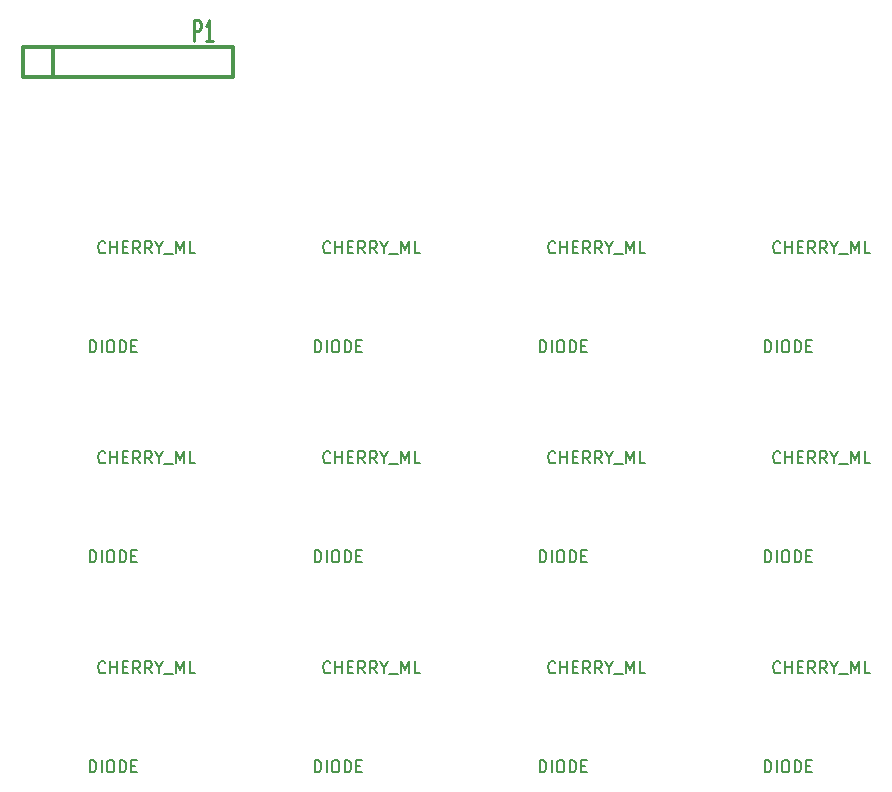
<source format=gto>
G04 (created by PCBNEW (2013-07-07 BZR 4022)-stable) date 09/11/2015 23:22:36*
%MOIN*%
G04 Gerber Fmt 3.4, Leading zero omitted, Abs format*
%FSLAX34Y34*%
G01*
G70*
G90*
G04 APERTURE LIST*
%ADD10C,0.00393701*%
%ADD11C,0.012*%
%ADD12C,0.0107*%
%ADD13C,0.00590551*%
G04 APERTURE END LIST*
G54D10*
G54D11*
X64500Y-42000D02*
X64500Y-42000D01*
X64500Y-42000D02*
X71500Y-42000D01*
X71500Y-42000D02*
X71500Y-43000D01*
X71500Y-43000D02*
X64500Y-43000D01*
X64500Y-43000D02*
X64500Y-42000D01*
X65500Y-43000D02*
X65500Y-43000D01*
X65500Y-43000D02*
X65500Y-42000D01*
G54D12*
X70184Y-41775D02*
X70184Y-41094D01*
X70347Y-41094D01*
X70387Y-41127D01*
X70408Y-41159D01*
X70428Y-41224D01*
X70428Y-41321D01*
X70408Y-41386D01*
X70387Y-41418D01*
X70347Y-41451D01*
X70184Y-41451D01*
X70836Y-41775D02*
X70591Y-41775D01*
X70714Y-41775D02*
X70714Y-41094D01*
X70673Y-41191D01*
X70632Y-41256D01*
X70591Y-41289D01*
G54D11*
G54D13*
X74740Y-48821D02*
X74722Y-48840D01*
X74665Y-48859D01*
X74628Y-48859D01*
X74572Y-48840D01*
X74534Y-48803D01*
X74515Y-48765D01*
X74497Y-48690D01*
X74497Y-48634D01*
X74515Y-48559D01*
X74534Y-48521D01*
X74572Y-48484D01*
X74628Y-48465D01*
X74665Y-48465D01*
X74722Y-48484D01*
X74740Y-48503D01*
X74909Y-48859D02*
X74909Y-48465D01*
X74909Y-48653D02*
X75134Y-48653D01*
X75134Y-48859D02*
X75134Y-48465D01*
X75321Y-48653D02*
X75453Y-48653D01*
X75509Y-48859D02*
X75321Y-48859D01*
X75321Y-48465D01*
X75509Y-48465D01*
X75903Y-48859D02*
X75771Y-48671D01*
X75678Y-48859D02*
X75678Y-48465D01*
X75828Y-48465D01*
X75865Y-48484D01*
X75884Y-48503D01*
X75903Y-48540D01*
X75903Y-48596D01*
X75884Y-48634D01*
X75865Y-48653D01*
X75828Y-48671D01*
X75678Y-48671D01*
X76296Y-48859D02*
X76165Y-48671D01*
X76071Y-48859D02*
X76071Y-48465D01*
X76221Y-48465D01*
X76259Y-48484D01*
X76278Y-48503D01*
X76296Y-48540D01*
X76296Y-48596D01*
X76278Y-48634D01*
X76259Y-48653D01*
X76221Y-48671D01*
X76071Y-48671D01*
X76540Y-48671D02*
X76540Y-48859D01*
X76409Y-48465D02*
X76540Y-48671D01*
X76671Y-48465D01*
X76709Y-48896D02*
X77009Y-48896D01*
X77102Y-48859D02*
X77102Y-48465D01*
X77234Y-48746D01*
X77365Y-48465D01*
X77365Y-48859D01*
X77740Y-48859D02*
X77552Y-48859D01*
X77552Y-48465D01*
X82240Y-48821D02*
X82222Y-48840D01*
X82165Y-48859D01*
X82128Y-48859D01*
X82072Y-48840D01*
X82034Y-48803D01*
X82015Y-48765D01*
X81997Y-48690D01*
X81997Y-48634D01*
X82015Y-48559D01*
X82034Y-48521D01*
X82072Y-48484D01*
X82128Y-48465D01*
X82165Y-48465D01*
X82222Y-48484D01*
X82240Y-48503D01*
X82409Y-48859D02*
X82409Y-48465D01*
X82409Y-48653D02*
X82634Y-48653D01*
X82634Y-48859D02*
X82634Y-48465D01*
X82821Y-48653D02*
X82953Y-48653D01*
X83009Y-48859D02*
X82821Y-48859D01*
X82821Y-48465D01*
X83009Y-48465D01*
X83403Y-48859D02*
X83271Y-48671D01*
X83178Y-48859D02*
X83178Y-48465D01*
X83328Y-48465D01*
X83365Y-48484D01*
X83384Y-48503D01*
X83403Y-48540D01*
X83403Y-48596D01*
X83384Y-48634D01*
X83365Y-48653D01*
X83328Y-48671D01*
X83178Y-48671D01*
X83796Y-48859D02*
X83665Y-48671D01*
X83571Y-48859D02*
X83571Y-48465D01*
X83721Y-48465D01*
X83759Y-48484D01*
X83778Y-48503D01*
X83796Y-48540D01*
X83796Y-48596D01*
X83778Y-48634D01*
X83759Y-48653D01*
X83721Y-48671D01*
X83571Y-48671D01*
X84040Y-48671D02*
X84040Y-48859D01*
X83909Y-48465D02*
X84040Y-48671D01*
X84171Y-48465D01*
X84209Y-48896D02*
X84509Y-48896D01*
X84602Y-48859D02*
X84602Y-48465D01*
X84734Y-48746D01*
X84865Y-48465D01*
X84865Y-48859D01*
X85240Y-48859D02*
X85052Y-48859D01*
X85052Y-48465D01*
X67240Y-55821D02*
X67222Y-55840D01*
X67165Y-55859D01*
X67128Y-55859D01*
X67072Y-55840D01*
X67034Y-55803D01*
X67015Y-55765D01*
X66997Y-55690D01*
X66997Y-55634D01*
X67015Y-55559D01*
X67034Y-55521D01*
X67072Y-55484D01*
X67128Y-55465D01*
X67165Y-55465D01*
X67222Y-55484D01*
X67240Y-55503D01*
X67409Y-55859D02*
X67409Y-55465D01*
X67409Y-55653D02*
X67634Y-55653D01*
X67634Y-55859D02*
X67634Y-55465D01*
X67821Y-55653D02*
X67953Y-55653D01*
X68009Y-55859D02*
X67821Y-55859D01*
X67821Y-55465D01*
X68009Y-55465D01*
X68403Y-55859D02*
X68271Y-55671D01*
X68178Y-55859D02*
X68178Y-55465D01*
X68328Y-55465D01*
X68365Y-55484D01*
X68384Y-55503D01*
X68403Y-55540D01*
X68403Y-55596D01*
X68384Y-55634D01*
X68365Y-55653D01*
X68328Y-55671D01*
X68178Y-55671D01*
X68796Y-55859D02*
X68665Y-55671D01*
X68571Y-55859D02*
X68571Y-55465D01*
X68721Y-55465D01*
X68759Y-55484D01*
X68778Y-55503D01*
X68796Y-55540D01*
X68796Y-55596D01*
X68778Y-55634D01*
X68759Y-55653D01*
X68721Y-55671D01*
X68571Y-55671D01*
X69040Y-55671D02*
X69040Y-55859D01*
X68909Y-55465D02*
X69040Y-55671D01*
X69171Y-55465D01*
X69209Y-55896D02*
X69509Y-55896D01*
X69602Y-55859D02*
X69602Y-55465D01*
X69734Y-55746D01*
X69865Y-55465D01*
X69865Y-55859D01*
X70240Y-55859D02*
X70052Y-55859D01*
X70052Y-55465D01*
X74740Y-55821D02*
X74722Y-55840D01*
X74665Y-55859D01*
X74628Y-55859D01*
X74572Y-55840D01*
X74534Y-55803D01*
X74515Y-55765D01*
X74497Y-55690D01*
X74497Y-55634D01*
X74515Y-55559D01*
X74534Y-55521D01*
X74572Y-55484D01*
X74628Y-55465D01*
X74665Y-55465D01*
X74722Y-55484D01*
X74740Y-55503D01*
X74909Y-55859D02*
X74909Y-55465D01*
X74909Y-55653D02*
X75134Y-55653D01*
X75134Y-55859D02*
X75134Y-55465D01*
X75321Y-55653D02*
X75453Y-55653D01*
X75509Y-55859D02*
X75321Y-55859D01*
X75321Y-55465D01*
X75509Y-55465D01*
X75903Y-55859D02*
X75771Y-55671D01*
X75678Y-55859D02*
X75678Y-55465D01*
X75828Y-55465D01*
X75865Y-55484D01*
X75884Y-55503D01*
X75903Y-55540D01*
X75903Y-55596D01*
X75884Y-55634D01*
X75865Y-55653D01*
X75828Y-55671D01*
X75678Y-55671D01*
X76296Y-55859D02*
X76165Y-55671D01*
X76071Y-55859D02*
X76071Y-55465D01*
X76221Y-55465D01*
X76259Y-55484D01*
X76278Y-55503D01*
X76296Y-55540D01*
X76296Y-55596D01*
X76278Y-55634D01*
X76259Y-55653D01*
X76221Y-55671D01*
X76071Y-55671D01*
X76540Y-55671D02*
X76540Y-55859D01*
X76409Y-55465D02*
X76540Y-55671D01*
X76671Y-55465D01*
X76709Y-55896D02*
X77009Y-55896D01*
X77102Y-55859D02*
X77102Y-55465D01*
X77234Y-55746D01*
X77365Y-55465D01*
X77365Y-55859D01*
X77740Y-55859D02*
X77552Y-55859D01*
X77552Y-55465D01*
X82240Y-55821D02*
X82222Y-55840D01*
X82165Y-55859D01*
X82128Y-55859D01*
X82072Y-55840D01*
X82034Y-55803D01*
X82015Y-55765D01*
X81997Y-55690D01*
X81997Y-55634D01*
X82015Y-55559D01*
X82034Y-55521D01*
X82072Y-55484D01*
X82128Y-55465D01*
X82165Y-55465D01*
X82222Y-55484D01*
X82240Y-55503D01*
X82409Y-55859D02*
X82409Y-55465D01*
X82409Y-55653D02*
X82634Y-55653D01*
X82634Y-55859D02*
X82634Y-55465D01*
X82821Y-55653D02*
X82953Y-55653D01*
X83009Y-55859D02*
X82821Y-55859D01*
X82821Y-55465D01*
X83009Y-55465D01*
X83403Y-55859D02*
X83271Y-55671D01*
X83178Y-55859D02*
X83178Y-55465D01*
X83328Y-55465D01*
X83365Y-55484D01*
X83384Y-55503D01*
X83403Y-55540D01*
X83403Y-55596D01*
X83384Y-55634D01*
X83365Y-55653D01*
X83328Y-55671D01*
X83178Y-55671D01*
X83796Y-55859D02*
X83665Y-55671D01*
X83571Y-55859D02*
X83571Y-55465D01*
X83721Y-55465D01*
X83759Y-55484D01*
X83778Y-55503D01*
X83796Y-55540D01*
X83796Y-55596D01*
X83778Y-55634D01*
X83759Y-55653D01*
X83721Y-55671D01*
X83571Y-55671D01*
X84040Y-55671D02*
X84040Y-55859D01*
X83909Y-55465D02*
X84040Y-55671D01*
X84171Y-55465D01*
X84209Y-55896D02*
X84509Y-55896D01*
X84602Y-55859D02*
X84602Y-55465D01*
X84734Y-55746D01*
X84865Y-55465D01*
X84865Y-55859D01*
X85240Y-55859D02*
X85052Y-55859D01*
X85052Y-55465D01*
X89740Y-48821D02*
X89722Y-48840D01*
X89665Y-48859D01*
X89628Y-48859D01*
X89572Y-48840D01*
X89534Y-48803D01*
X89515Y-48765D01*
X89497Y-48690D01*
X89497Y-48634D01*
X89515Y-48559D01*
X89534Y-48521D01*
X89572Y-48484D01*
X89628Y-48465D01*
X89665Y-48465D01*
X89722Y-48484D01*
X89740Y-48503D01*
X89909Y-48859D02*
X89909Y-48465D01*
X89909Y-48653D02*
X90134Y-48653D01*
X90134Y-48859D02*
X90134Y-48465D01*
X90321Y-48653D02*
X90453Y-48653D01*
X90509Y-48859D02*
X90321Y-48859D01*
X90321Y-48465D01*
X90509Y-48465D01*
X90903Y-48859D02*
X90771Y-48671D01*
X90678Y-48859D02*
X90678Y-48465D01*
X90828Y-48465D01*
X90865Y-48484D01*
X90884Y-48503D01*
X90903Y-48540D01*
X90903Y-48596D01*
X90884Y-48634D01*
X90865Y-48653D01*
X90828Y-48671D01*
X90678Y-48671D01*
X91296Y-48859D02*
X91165Y-48671D01*
X91071Y-48859D02*
X91071Y-48465D01*
X91221Y-48465D01*
X91259Y-48484D01*
X91278Y-48503D01*
X91296Y-48540D01*
X91296Y-48596D01*
X91278Y-48634D01*
X91259Y-48653D01*
X91221Y-48671D01*
X91071Y-48671D01*
X91540Y-48671D02*
X91540Y-48859D01*
X91409Y-48465D02*
X91540Y-48671D01*
X91671Y-48465D01*
X91709Y-48896D02*
X92009Y-48896D01*
X92102Y-48859D02*
X92102Y-48465D01*
X92234Y-48746D01*
X92365Y-48465D01*
X92365Y-48859D01*
X92740Y-48859D02*
X92552Y-48859D01*
X92552Y-48465D01*
X89740Y-55821D02*
X89722Y-55840D01*
X89665Y-55859D01*
X89628Y-55859D01*
X89572Y-55840D01*
X89534Y-55803D01*
X89515Y-55765D01*
X89497Y-55690D01*
X89497Y-55634D01*
X89515Y-55559D01*
X89534Y-55521D01*
X89572Y-55484D01*
X89628Y-55465D01*
X89665Y-55465D01*
X89722Y-55484D01*
X89740Y-55503D01*
X89909Y-55859D02*
X89909Y-55465D01*
X89909Y-55653D02*
X90134Y-55653D01*
X90134Y-55859D02*
X90134Y-55465D01*
X90321Y-55653D02*
X90453Y-55653D01*
X90509Y-55859D02*
X90321Y-55859D01*
X90321Y-55465D01*
X90509Y-55465D01*
X90903Y-55859D02*
X90771Y-55671D01*
X90678Y-55859D02*
X90678Y-55465D01*
X90828Y-55465D01*
X90865Y-55484D01*
X90884Y-55503D01*
X90903Y-55540D01*
X90903Y-55596D01*
X90884Y-55634D01*
X90865Y-55653D01*
X90828Y-55671D01*
X90678Y-55671D01*
X91296Y-55859D02*
X91165Y-55671D01*
X91071Y-55859D02*
X91071Y-55465D01*
X91221Y-55465D01*
X91259Y-55484D01*
X91278Y-55503D01*
X91296Y-55540D01*
X91296Y-55596D01*
X91278Y-55634D01*
X91259Y-55653D01*
X91221Y-55671D01*
X91071Y-55671D01*
X91540Y-55671D02*
X91540Y-55859D01*
X91409Y-55465D02*
X91540Y-55671D01*
X91671Y-55465D01*
X91709Y-55896D02*
X92009Y-55896D01*
X92102Y-55859D02*
X92102Y-55465D01*
X92234Y-55746D01*
X92365Y-55465D01*
X92365Y-55859D01*
X92740Y-55859D02*
X92552Y-55859D01*
X92552Y-55465D01*
X67240Y-62821D02*
X67222Y-62840D01*
X67165Y-62859D01*
X67128Y-62859D01*
X67072Y-62840D01*
X67034Y-62803D01*
X67015Y-62765D01*
X66997Y-62690D01*
X66997Y-62634D01*
X67015Y-62559D01*
X67034Y-62521D01*
X67072Y-62484D01*
X67128Y-62465D01*
X67165Y-62465D01*
X67222Y-62484D01*
X67240Y-62503D01*
X67409Y-62859D02*
X67409Y-62465D01*
X67409Y-62653D02*
X67634Y-62653D01*
X67634Y-62859D02*
X67634Y-62465D01*
X67821Y-62653D02*
X67953Y-62653D01*
X68009Y-62859D02*
X67821Y-62859D01*
X67821Y-62465D01*
X68009Y-62465D01*
X68403Y-62859D02*
X68271Y-62671D01*
X68178Y-62859D02*
X68178Y-62465D01*
X68328Y-62465D01*
X68365Y-62484D01*
X68384Y-62503D01*
X68403Y-62540D01*
X68403Y-62596D01*
X68384Y-62634D01*
X68365Y-62653D01*
X68328Y-62671D01*
X68178Y-62671D01*
X68796Y-62859D02*
X68665Y-62671D01*
X68571Y-62859D02*
X68571Y-62465D01*
X68721Y-62465D01*
X68759Y-62484D01*
X68778Y-62503D01*
X68796Y-62540D01*
X68796Y-62596D01*
X68778Y-62634D01*
X68759Y-62653D01*
X68721Y-62671D01*
X68571Y-62671D01*
X69040Y-62671D02*
X69040Y-62859D01*
X68909Y-62465D02*
X69040Y-62671D01*
X69171Y-62465D01*
X69209Y-62896D02*
X69509Y-62896D01*
X69602Y-62859D02*
X69602Y-62465D01*
X69734Y-62746D01*
X69865Y-62465D01*
X69865Y-62859D01*
X70240Y-62859D02*
X70052Y-62859D01*
X70052Y-62465D01*
X74740Y-62821D02*
X74722Y-62840D01*
X74665Y-62859D01*
X74628Y-62859D01*
X74572Y-62840D01*
X74534Y-62803D01*
X74515Y-62765D01*
X74497Y-62690D01*
X74497Y-62634D01*
X74515Y-62559D01*
X74534Y-62521D01*
X74572Y-62484D01*
X74628Y-62465D01*
X74665Y-62465D01*
X74722Y-62484D01*
X74740Y-62503D01*
X74909Y-62859D02*
X74909Y-62465D01*
X74909Y-62653D02*
X75134Y-62653D01*
X75134Y-62859D02*
X75134Y-62465D01*
X75321Y-62653D02*
X75453Y-62653D01*
X75509Y-62859D02*
X75321Y-62859D01*
X75321Y-62465D01*
X75509Y-62465D01*
X75903Y-62859D02*
X75771Y-62671D01*
X75678Y-62859D02*
X75678Y-62465D01*
X75828Y-62465D01*
X75865Y-62484D01*
X75884Y-62503D01*
X75903Y-62540D01*
X75903Y-62596D01*
X75884Y-62634D01*
X75865Y-62653D01*
X75828Y-62671D01*
X75678Y-62671D01*
X76296Y-62859D02*
X76165Y-62671D01*
X76071Y-62859D02*
X76071Y-62465D01*
X76221Y-62465D01*
X76259Y-62484D01*
X76278Y-62503D01*
X76296Y-62540D01*
X76296Y-62596D01*
X76278Y-62634D01*
X76259Y-62653D01*
X76221Y-62671D01*
X76071Y-62671D01*
X76540Y-62671D02*
X76540Y-62859D01*
X76409Y-62465D02*
X76540Y-62671D01*
X76671Y-62465D01*
X76709Y-62896D02*
X77009Y-62896D01*
X77102Y-62859D02*
X77102Y-62465D01*
X77234Y-62746D01*
X77365Y-62465D01*
X77365Y-62859D01*
X77740Y-62859D02*
X77552Y-62859D01*
X77552Y-62465D01*
X82240Y-62821D02*
X82222Y-62840D01*
X82165Y-62859D01*
X82128Y-62859D01*
X82072Y-62840D01*
X82034Y-62803D01*
X82015Y-62765D01*
X81997Y-62690D01*
X81997Y-62634D01*
X82015Y-62559D01*
X82034Y-62521D01*
X82072Y-62484D01*
X82128Y-62465D01*
X82165Y-62465D01*
X82222Y-62484D01*
X82240Y-62503D01*
X82409Y-62859D02*
X82409Y-62465D01*
X82409Y-62653D02*
X82634Y-62653D01*
X82634Y-62859D02*
X82634Y-62465D01*
X82821Y-62653D02*
X82953Y-62653D01*
X83009Y-62859D02*
X82821Y-62859D01*
X82821Y-62465D01*
X83009Y-62465D01*
X83403Y-62859D02*
X83271Y-62671D01*
X83178Y-62859D02*
X83178Y-62465D01*
X83328Y-62465D01*
X83365Y-62484D01*
X83384Y-62503D01*
X83403Y-62540D01*
X83403Y-62596D01*
X83384Y-62634D01*
X83365Y-62653D01*
X83328Y-62671D01*
X83178Y-62671D01*
X83796Y-62859D02*
X83665Y-62671D01*
X83571Y-62859D02*
X83571Y-62465D01*
X83721Y-62465D01*
X83759Y-62484D01*
X83778Y-62503D01*
X83796Y-62540D01*
X83796Y-62596D01*
X83778Y-62634D01*
X83759Y-62653D01*
X83721Y-62671D01*
X83571Y-62671D01*
X84040Y-62671D02*
X84040Y-62859D01*
X83909Y-62465D02*
X84040Y-62671D01*
X84171Y-62465D01*
X84209Y-62896D02*
X84509Y-62896D01*
X84602Y-62859D02*
X84602Y-62465D01*
X84734Y-62746D01*
X84865Y-62465D01*
X84865Y-62859D01*
X85240Y-62859D02*
X85052Y-62859D01*
X85052Y-62465D01*
X89740Y-62821D02*
X89722Y-62840D01*
X89665Y-62859D01*
X89628Y-62859D01*
X89572Y-62840D01*
X89534Y-62803D01*
X89515Y-62765D01*
X89497Y-62690D01*
X89497Y-62634D01*
X89515Y-62559D01*
X89534Y-62521D01*
X89572Y-62484D01*
X89628Y-62465D01*
X89665Y-62465D01*
X89722Y-62484D01*
X89740Y-62503D01*
X89909Y-62859D02*
X89909Y-62465D01*
X89909Y-62653D02*
X90134Y-62653D01*
X90134Y-62859D02*
X90134Y-62465D01*
X90321Y-62653D02*
X90453Y-62653D01*
X90509Y-62859D02*
X90321Y-62859D01*
X90321Y-62465D01*
X90509Y-62465D01*
X90903Y-62859D02*
X90771Y-62671D01*
X90678Y-62859D02*
X90678Y-62465D01*
X90828Y-62465D01*
X90865Y-62484D01*
X90884Y-62503D01*
X90903Y-62540D01*
X90903Y-62596D01*
X90884Y-62634D01*
X90865Y-62653D01*
X90828Y-62671D01*
X90678Y-62671D01*
X91296Y-62859D02*
X91165Y-62671D01*
X91071Y-62859D02*
X91071Y-62465D01*
X91221Y-62465D01*
X91259Y-62484D01*
X91278Y-62503D01*
X91296Y-62540D01*
X91296Y-62596D01*
X91278Y-62634D01*
X91259Y-62653D01*
X91221Y-62671D01*
X91071Y-62671D01*
X91540Y-62671D02*
X91540Y-62859D01*
X91409Y-62465D02*
X91540Y-62671D01*
X91671Y-62465D01*
X91709Y-62896D02*
X92009Y-62896D01*
X92102Y-62859D02*
X92102Y-62465D01*
X92234Y-62746D01*
X92365Y-62465D01*
X92365Y-62859D01*
X92740Y-62859D02*
X92552Y-62859D01*
X92552Y-62465D01*
X67240Y-48821D02*
X67222Y-48840D01*
X67165Y-48859D01*
X67128Y-48859D01*
X67072Y-48840D01*
X67034Y-48803D01*
X67015Y-48765D01*
X66997Y-48690D01*
X66997Y-48634D01*
X67015Y-48559D01*
X67034Y-48521D01*
X67072Y-48484D01*
X67128Y-48465D01*
X67165Y-48465D01*
X67222Y-48484D01*
X67240Y-48503D01*
X67409Y-48859D02*
X67409Y-48465D01*
X67409Y-48653D02*
X67634Y-48653D01*
X67634Y-48859D02*
X67634Y-48465D01*
X67821Y-48653D02*
X67953Y-48653D01*
X68009Y-48859D02*
X67821Y-48859D01*
X67821Y-48465D01*
X68009Y-48465D01*
X68403Y-48859D02*
X68271Y-48671D01*
X68178Y-48859D02*
X68178Y-48465D01*
X68328Y-48465D01*
X68365Y-48484D01*
X68384Y-48503D01*
X68403Y-48540D01*
X68403Y-48596D01*
X68384Y-48634D01*
X68365Y-48653D01*
X68328Y-48671D01*
X68178Y-48671D01*
X68796Y-48859D02*
X68665Y-48671D01*
X68571Y-48859D02*
X68571Y-48465D01*
X68721Y-48465D01*
X68759Y-48484D01*
X68778Y-48503D01*
X68796Y-48540D01*
X68796Y-48596D01*
X68778Y-48634D01*
X68759Y-48653D01*
X68721Y-48671D01*
X68571Y-48671D01*
X69040Y-48671D02*
X69040Y-48859D01*
X68909Y-48465D02*
X69040Y-48671D01*
X69171Y-48465D01*
X69209Y-48896D02*
X69509Y-48896D01*
X69602Y-48859D02*
X69602Y-48465D01*
X69734Y-48746D01*
X69865Y-48465D01*
X69865Y-48859D01*
X70240Y-48859D02*
X70052Y-48859D01*
X70052Y-48465D01*
X89221Y-59159D02*
X89221Y-58765D01*
X89315Y-58765D01*
X89371Y-58784D01*
X89409Y-58821D01*
X89428Y-58859D01*
X89446Y-58934D01*
X89446Y-58990D01*
X89428Y-59065D01*
X89409Y-59103D01*
X89371Y-59140D01*
X89315Y-59159D01*
X89221Y-59159D01*
X89615Y-59159D02*
X89615Y-58765D01*
X89878Y-58765D02*
X89953Y-58765D01*
X89990Y-58784D01*
X90028Y-58821D01*
X90046Y-58896D01*
X90046Y-59028D01*
X90028Y-59103D01*
X89990Y-59140D01*
X89953Y-59159D01*
X89878Y-59159D01*
X89840Y-59140D01*
X89803Y-59103D01*
X89784Y-59028D01*
X89784Y-58896D01*
X89803Y-58821D01*
X89840Y-58784D01*
X89878Y-58765D01*
X90215Y-59159D02*
X90215Y-58765D01*
X90309Y-58765D01*
X90365Y-58784D01*
X90403Y-58821D01*
X90421Y-58859D01*
X90440Y-58934D01*
X90440Y-58990D01*
X90421Y-59065D01*
X90403Y-59103D01*
X90365Y-59140D01*
X90309Y-59159D01*
X90215Y-59159D01*
X90609Y-58953D02*
X90740Y-58953D01*
X90796Y-59159D02*
X90609Y-59159D01*
X90609Y-58765D01*
X90796Y-58765D01*
X89221Y-66159D02*
X89221Y-65765D01*
X89315Y-65765D01*
X89371Y-65784D01*
X89409Y-65821D01*
X89428Y-65859D01*
X89446Y-65934D01*
X89446Y-65990D01*
X89428Y-66065D01*
X89409Y-66103D01*
X89371Y-66140D01*
X89315Y-66159D01*
X89221Y-66159D01*
X89615Y-66159D02*
X89615Y-65765D01*
X89878Y-65765D02*
X89953Y-65765D01*
X89990Y-65784D01*
X90028Y-65821D01*
X90046Y-65896D01*
X90046Y-66028D01*
X90028Y-66103D01*
X89990Y-66140D01*
X89953Y-66159D01*
X89878Y-66159D01*
X89840Y-66140D01*
X89803Y-66103D01*
X89784Y-66028D01*
X89784Y-65896D01*
X89803Y-65821D01*
X89840Y-65784D01*
X89878Y-65765D01*
X90215Y-66159D02*
X90215Y-65765D01*
X90309Y-65765D01*
X90365Y-65784D01*
X90403Y-65821D01*
X90421Y-65859D01*
X90440Y-65934D01*
X90440Y-65990D01*
X90421Y-66065D01*
X90403Y-66103D01*
X90365Y-66140D01*
X90309Y-66159D01*
X90215Y-66159D01*
X90609Y-65953D02*
X90740Y-65953D01*
X90796Y-66159D02*
X90609Y-66159D01*
X90609Y-65765D01*
X90796Y-65765D01*
X66721Y-66159D02*
X66721Y-65765D01*
X66815Y-65765D01*
X66871Y-65784D01*
X66909Y-65821D01*
X66928Y-65859D01*
X66946Y-65934D01*
X66946Y-65990D01*
X66928Y-66065D01*
X66909Y-66103D01*
X66871Y-66140D01*
X66815Y-66159D01*
X66721Y-66159D01*
X67115Y-66159D02*
X67115Y-65765D01*
X67378Y-65765D02*
X67453Y-65765D01*
X67490Y-65784D01*
X67528Y-65821D01*
X67546Y-65896D01*
X67546Y-66028D01*
X67528Y-66103D01*
X67490Y-66140D01*
X67453Y-66159D01*
X67378Y-66159D01*
X67340Y-66140D01*
X67303Y-66103D01*
X67284Y-66028D01*
X67284Y-65896D01*
X67303Y-65821D01*
X67340Y-65784D01*
X67378Y-65765D01*
X67715Y-66159D02*
X67715Y-65765D01*
X67809Y-65765D01*
X67865Y-65784D01*
X67903Y-65821D01*
X67921Y-65859D01*
X67940Y-65934D01*
X67940Y-65990D01*
X67921Y-66065D01*
X67903Y-66103D01*
X67865Y-66140D01*
X67809Y-66159D01*
X67715Y-66159D01*
X68109Y-65953D02*
X68240Y-65953D01*
X68296Y-66159D02*
X68109Y-66159D01*
X68109Y-65765D01*
X68296Y-65765D01*
X74221Y-66159D02*
X74221Y-65765D01*
X74315Y-65765D01*
X74371Y-65784D01*
X74409Y-65821D01*
X74428Y-65859D01*
X74446Y-65934D01*
X74446Y-65990D01*
X74428Y-66065D01*
X74409Y-66103D01*
X74371Y-66140D01*
X74315Y-66159D01*
X74221Y-66159D01*
X74615Y-66159D02*
X74615Y-65765D01*
X74878Y-65765D02*
X74953Y-65765D01*
X74990Y-65784D01*
X75028Y-65821D01*
X75046Y-65896D01*
X75046Y-66028D01*
X75028Y-66103D01*
X74990Y-66140D01*
X74953Y-66159D01*
X74878Y-66159D01*
X74840Y-66140D01*
X74803Y-66103D01*
X74784Y-66028D01*
X74784Y-65896D01*
X74803Y-65821D01*
X74840Y-65784D01*
X74878Y-65765D01*
X75215Y-66159D02*
X75215Y-65765D01*
X75309Y-65765D01*
X75365Y-65784D01*
X75403Y-65821D01*
X75421Y-65859D01*
X75440Y-65934D01*
X75440Y-65990D01*
X75421Y-66065D01*
X75403Y-66103D01*
X75365Y-66140D01*
X75309Y-66159D01*
X75215Y-66159D01*
X75609Y-65953D02*
X75740Y-65953D01*
X75796Y-66159D02*
X75609Y-66159D01*
X75609Y-65765D01*
X75796Y-65765D01*
X81721Y-66159D02*
X81721Y-65765D01*
X81815Y-65765D01*
X81871Y-65784D01*
X81909Y-65821D01*
X81928Y-65859D01*
X81946Y-65934D01*
X81946Y-65990D01*
X81928Y-66065D01*
X81909Y-66103D01*
X81871Y-66140D01*
X81815Y-66159D01*
X81721Y-66159D01*
X82115Y-66159D02*
X82115Y-65765D01*
X82378Y-65765D02*
X82453Y-65765D01*
X82490Y-65784D01*
X82528Y-65821D01*
X82546Y-65896D01*
X82546Y-66028D01*
X82528Y-66103D01*
X82490Y-66140D01*
X82453Y-66159D01*
X82378Y-66159D01*
X82340Y-66140D01*
X82303Y-66103D01*
X82284Y-66028D01*
X82284Y-65896D01*
X82303Y-65821D01*
X82340Y-65784D01*
X82378Y-65765D01*
X82715Y-66159D02*
X82715Y-65765D01*
X82809Y-65765D01*
X82865Y-65784D01*
X82903Y-65821D01*
X82921Y-65859D01*
X82940Y-65934D01*
X82940Y-65990D01*
X82921Y-66065D01*
X82903Y-66103D01*
X82865Y-66140D01*
X82809Y-66159D01*
X82715Y-66159D01*
X83109Y-65953D02*
X83240Y-65953D01*
X83296Y-66159D02*
X83109Y-66159D01*
X83109Y-65765D01*
X83296Y-65765D01*
X81721Y-59159D02*
X81721Y-58765D01*
X81815Y-58765D01*
X81871Y-58784D01*
X81909Y-58821D01*
X81928Y-58859D01*
X81946Y-58934D01*
X81946Y-58990D01*
X81928Y-59065D01*
X81909Y-59103D01*
X81871Y-59140D01*
X81815Y-59159D01*
X81721Y-59159D01*
X82115Y-59159D02*
X82115Y-58765D01*
X82378Y-58765D02*
X82453Y-58765D01*
X82490Y-58784D01*
X82528Y-58821D01*
X82546Y-58896D01*
X82546Y-59028D01*
X82528Y-59103D01*
X82490Y-59140D01*
X82453Y-59159D01*
X82378Y-59159D01*
X82340Y-59140D01*
X82303Y-59103D01*
X82284Y-59028D01*
X82284Y-58896D01*
X82303Y-58821D01*
X82340Y-58784D01*
X82378Y-58765D01*
X82715Y-59159D02*
X82715Y-58765D01*
X82809Y-58765D01*
X82865Y-58784D01*
X82903Y-58821D01*
X82921Y-58859D01*
X82940Y-58934D01*
X82940Y-58990D01*
X82921Y-59065D01*
X82903Y-59103D01*
X82865Y-59140D01*
X82809Y-59159D01*
X82715Y-59159D01*
X83109Y-58953D02*
X83240Y-58953D01*
X83296Y-59159D02*
X83109Y-59159D01*
X83109Y-58765D01*
X83296Y-58765D01*
X74221Y-59159D02*
X74221Y-58765D01*
X74315Y-58765D01*
X74371Y-58784D01*
X74409Y-58821D01*
X74428Y-58859D01*
X74446Y-58934D01*
X74446Y-58990D01*
X74428Y-59065D01*
X74409Y-59103D01*
X74371Y-59140D01*
X74315Y-59159D01*
X74221Y-59159D01*
X74615Y-59159D02*
X74615Y-58765D01*
X74878Y-58765D02*
X74953Y-58765D01*
X74990Y-58784D01*
X75028Y-58821D01*
X75046Y-58896D01*
X75046Y-59028D01*
X75028Y-59103D01*
X74990Y-59140D01*
X74953Y-59159D01*
X74878Y-59159D01*
X74840Y-59140D01*
X74803Y-59103D01*
X74784Y-59028D01*
X74784Y-58896D01*
X74803Y-58821D01*
X74840Y-58784D01*
X74878Y-58765D01*
X75215Y-59159D02*
X75215Y-58765D01*
X75309Y-58765D01*
X75365Y-58784D01*
X75403Y-58821D01*
X75421Y-58859D01*
X75440Y-58934D01*
X75440Y-58990D01*
X75421Y-59065D01*
X75403Y-59103D01*
X75365Y-59140D01*
X75309Y-59159D01*
X75215Y-59159D01*
X75609Y-58953D02*
X75740Y-58953D01*
X75796Y-59159D02*
X75609Y-59159D01*
X75609Y-58765D01*
X75796Y-58765D01*
X66721Y-59159D02*
X66721Y-58765D01*
X66815Y-58765D01*
X66871Y-58784D01*
X66909Y-58821D01*
X66928Y-58859D01*
X66946Y-58934D01*
X66946Y-58990D01*
X66928Y-59065D01*
X66909Y-59103D01*
X66871Y-59140D01*
X66815Y-59159D01*
X66721Y-59159D01*
X67115Y-59159D02*
X67115Y-58765D01*
X67378Y-58765D02*
X67453Y-58765D01*
X67490Y-58784D01*
X67528Y-58821D01*
X67546Y-58896D01*
X67546Y-59028D01*
X67528Y-59103D01*
X67490Y-59140D01*
X67453Y-59159D01*
X67378Y-59159D01*
X67340Y-59140D01*
X67303Y-59103D01*
X67284Y-59028D01*
X67284Y-58896D01*
X67303Y-58821D01*
X67340Y-58784D01*
X67378Y-58765D01*
X67715Y-59159D02*
X67715Y-58765D01*
X67809Y-58765D01*
X67865Y-58784D01*
X67903Y-58821D01*
X67921Y-58859D01*
X67940Y-58934D01*
X67940Y-58990D01*
X67921Y-59065D01*
X67903Y-59103D01*
X67865Y-59140D01*
X67809Y-59159D01*
X67715Y-59159D01*
X68109Y-58953D02*
X68240Y-58953D01*
X68296Y-59159D02*
X68109Y-59159D01*
X68109Y-58765D01*
X68296Y-58765D01*
X89221Y-52159D02*
X89221Y-51765D01*
X89315Y-51765D01*
X89371Y-51784D01*
X89409Y-51821D01*
X89428Y-51859D01*
X89446Y-51934D01*
X89446Y-51990D01*
X89428Y-52065D01*
X89409Y-52103D01*
X89371Y-52140D01*
X89315Y-52159D01*
X89221Y-52159D01*
X89615Y-52159D02*
X89615Y-51765D01*
X89878Y-51765D02*
X89953Y-51765D01*
X89990Y-51784D01*
X90028Y-51821D01*
X90046Y-51896D01*
X90046Y-52028D01*
X90028Y-52103D01*
X89990Y-52140D01*
X89953Y-52159D01*
X89878Y-52159D01*
X89840Y-52140D01*
X89803Y-52103D01*
X89784Y-52028D01*
X89784Y-51896D01*
X89803Y-51821D01*
X89840Y-51784D01*
X89878Y-51765D01*
X90215Y-52159D02*
X90215Y-51765D01*
X90309Y-51765D01*
X90365Y-51784D01*
X90403Y-51821D01*
X90421Y-51859D01*
X90440Y-51934D01*
X90440Y-51990D01*
X90421Y-52065D01*
X90403Y-52103D01*
X90365Y-52140D01*
X90309Y-52159D01*
X90215Y-52159D01*
X90609Y-51953D02*
X90740Y-51953D01*
X90796Y-52159D02*
X90609Y-52159D01*
X90609Y-51765D01*
X90796Y-51765D01*
X81721Y-52159D02*
X81721Y-51765D01*
X81815Y-51765D01*
X81871Y-51784D01*
X81909Y-51821D01*
X81928Y-51859D01*
X81946Y-51934D01*
X81946Y-51990D01*
X81928Y-52065D01*
X81909Y-52103D01*
X81871Y-52140D01*
X81815Y-52159D01*
X81721Y-52159D01*
X82115Y-52159D02*
X82115Y-51765D01*
X82378Y-51765D02*
X82453Y-51765D01*
X82490Y-51784D01*
X82528Y-51821D01*
X82546Y-51896D01*
X82546Y-52028D01*
X82528Y-52103D01*
X82490Y-52140D01*
X82453Y-52159D01*
X82378Y-52159D01*
X82340Y-52140D01*
X82303Y-52103D01*
X82284Y-52028D01*
X82284Y-51896D01*
X82303Y-51821D01*
X82340Y-51784D01*
X82378Y-51765D01*
X82715Y-52159D02*
X82715Y-51765D01*
X82809Y-51765D01*
X82865Y-51784D01*
X82903Y-51821D01*
X82921Y-51859D01*
X82940Y-51934D01*
X82940Y-51990D01*
X82921Y-52065D01*
X82903Y-52103D01*
X82865Y-52140D01*
X82809Y-52159D01*
X82715Y-52159D01*
X83109Y-51953D02*
X83240Y-51953D01*
X83296Y-52159D02*
X83109Y-52159D01*
X83109Y-51765D01*
X83296Y-51765D01*
X74221Y-52159D02*
X74221Y-51765D01*
X74315Y-51765D01*
X74371Y-51784D01*
X74409Y-51821D01*
X74428Y-51859D01*
X74446Y-51934D01*
X74446Y-51990D01*
X74428Y-52065D01*
X74409Y-52103D01*
X74371Y-52140D01*
X74315Y-52159D01*
X74221Y-52159D01*
X74615Y-52159D02*
X74615Y-51765D01*
X74878Y-51765D02*
X74953Y-51765D01*
X74990Y-51784D01*
X75028Y-51821D01*
X75046Y-51896D01*
X75046Y-52028D01*
X75028Y-52103D01*
X74990Y-52140D01*
X74953Y-52159D01*
X74878Y-52159D01*
X74840Y-52140D01*
X74803Y-52103D01*
X74784Y-52028D01*
X74784Y-51896D01*
X74803Y-51821D01*
X74840Y-51784D01*
X74878Y-51765D01*
X75215Y-52159D02*
X75215Y-51765D01*
X75309Y-51765D01*
X75365Y-51784D01*
X75403Y-51821D01*
X75421Y-51859D01*
X75440Y-51934D01*
X75440Y-51990D01*
X75421Y-52065D01*
X75403Y-52103D01*
X75365Y-52140D01*
X75309Y-52159D01*
X75215Y-52159D01*
X75609Y-51953D02*
X75740Y-51953D01*
X75796Y-52159D02*
X75609Y-52159D01*
X75609Y-51765D01*
X75796Y-51765D01*
X66721Y-52159D02*
X66721Y-51765D01*
X66815Y-51765D01*
X66871Y-51784D01*
X66909Y-51821D01*
X66928Y-51859D01*
X66946Y-51934D01*
X66946Y-51990D01*
X66928Y-52065D01*
X66909Y-52103D01*
X66871Y-52140D01*
X66815Y-52159D01*
X66721Y-52159D01*
X67115Y-52159D02*
X67115Y-51765D01*
X67378Y-51765D02*
X67453Y-51765D01*
X67490Y-51784D01*
X67528Y-51821D01*
X67546Y-51896D01*
X67546Y-52028D01*
X67528Y-52103D01*
X67490Y-52140D01*
X67453Y-52159D01*
X67378Y-52159D01*
X67340Y-52140D01*
X67303Y-52103D01*
X67284Y-52028D01*
X67284Y-51896D01*
X67303Y-51821D01*
X67340Y-51784D01*
X67378Y-51765D01*
X67715Y-52159D02*
X67715Y-51765D01*
X67809Y-51765D01*
X67865Y-51784D01*
X67903Y-51821D01*
X67921Y-51859D01*
X67940Y-51934D01*
X67940Y-51990D01*
X67921Y-52065D01*
X67903Y-52103D01*
X67865Y-52140D01*
X67809Y-52159D01*
X67715Y-52159D01*
X68109Y-51953D02*
X68240Y-51953D01*
X68296Y-52159D02*
X68109Y-52159D01*
X68109Y-51765D01*
X68296Y-51765D01*
M02*

</source>
